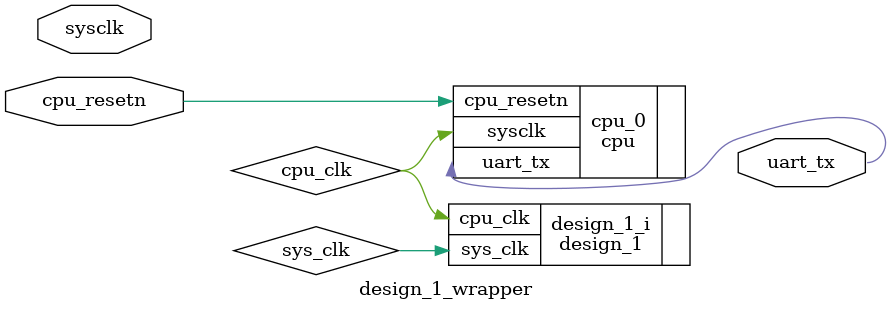
<source format=v>
`timescale 1 ps / 1 ps

module design_1_wrapper
   (input wire sysclk,
    input wire cpu_resetn,
    output wire uart_tx);
    
  wire cpu_clk;

  design_1 design_1_i
       (.cpu_clk(cpu_clk),
        .sys_clk(sys_clk));
        
  cpu cpu_0(
        .sysclk(cpu_clk),
        .cpu_resetn(cpu_resetn),
        .uart_tx(uart_tx)
  );
endmodule

</source>
